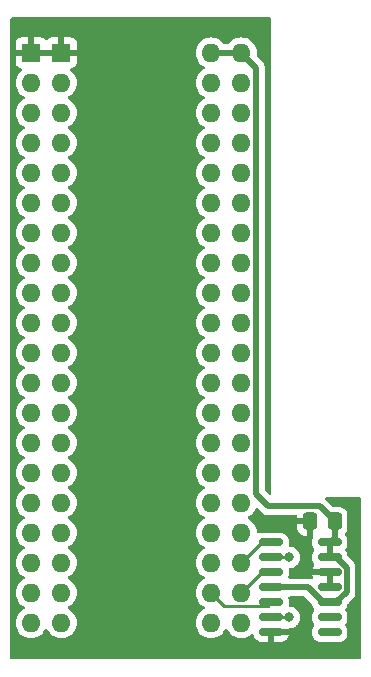
<source format=gbr>
%TF.GenerationSoftware,KiCad,Pcbnew,7.0.2-0*%
%TF.CreationDate,2024-12-31T08:54:24-08:00*%
%TF.ProjectId,rev2_x_ay_interposer,72657632-5f78-45f6-9179-5f696e746572,1.0*%
%TF.SameCoordinates,Original*%
%TF.FileFunction,Copper,L1,Top*%
%TF.FilePolarity,Positive*%
%FSLAX46Y46*%
G04 Gerber Fmt 4.6, Leading zero omitted, Abs format (unit mm)*
G04 Created by KiCad (PCBNEW 7.0.2-0) date 2024-12-31 08:54:24*
%MOMM*%
%LPD*%
G01*
G04 APERTURE LIST*
G04 Aperture macros list*
%AMRoundRect*
0 Rectangle with rounded corners*
0 $1 Rounding radius*
0 $2 $3 $4 $5 $6 $7 $8 $9 X,Y pos of 4 corners*
0 Add a 4 corners polygon primitive as box body*
4,1,4,$2,$3,$4,$5,$6,$7,$8,$9,$2,$3,0*
0 Add four circle primitives for the rounded corners*
1,1,$1+$1,$2,$3*
1,1,$1+$1,$4,$5*
1,1,$1+$1,$6,$7*
1,1,$1+$1,$8,$9*
0 Add four rect primitives between the rounded corners*
20,1,$1+$1,$2,$3,$4,$5,0*
20,1,$1+$1,$4,$5,$6,$7,0*
20,1,$1+$1,$6,$7,$8,$9,0*
20,1,$1+$1,$8,$9,$2,$3,0*%
G04 Aperture macros list end*
%TA.AperFunction,ComponentPad*%
%ADD10R,1.600000X1.600000*%
%TD*%
%TA.AperFunction,ComponentPad*%
%ADD11O,1.600000X1.600000*%
%TD*%
%TA.AperFunction,SMDPad,CuDef*%
%ADD12RoundRect,0.250000X0.337500X0.475000X-0.337500X0.475000X-0.337500X-0.475000X0.337500X-0.475000X0*%
%TD*%
%TA.AperFunction,SMDPad,CuDef*%
%ADD13RoundRect,0.150000X-0.825000X-0.150000X0.825000X-0.150000X0.825000X0.150000X-0.825000X0.150000X0*%
%TD*%
%TA.AperFunction,ViaPad*%
%ADD14C,0.800000*%
%TD*%
%TA.AperFunction,Conductor*%
%ADD15C,0.500000*%
%TD*%
%TA.AperFunction,Conductor*%
%ADD16C,0.250000*%
%TD*%
G04 APERTURE END LIST*
D10*
%TO.P,U101,1,GND*%
%TO.N,GND*%
X139446000Y-39826400D03*
D11*
%TO.P,U101,2,NC*%
%TO.N,unconnected-(U101-NC-Pad2)*%
X139446000Y-42366400D03*
%TO.P,U101,3,OUT_B*%
%TO.N,/OUT_B*%
X139446000Y-44906400D03*
%TO.P,U101,4,OUT_A*%
%TO.N,/OUT_A*%
X139446000Y-47446400D03*
%TO.P,U101,5,NC*%
%TO.N,unconnected-(U101-NC-Pad5)*%
X139446000Y-49986400D03*
%TO.P,U101,6,IOB7*%
%TO.N,/IOB7*%
X139446000Y-52526400D03*
%TO.P,U101,7,IOB6*%
%TO.N,/IOB6*%
X139446000Y-55066400D03*
%TO.P,U101,8,IOB5*%
%TO.N,/IOB5*%
X139446000Y-57606400D03*
%TO.P,U101,9,IOB4*%
%TO.N,/IOB4*%
X139446000Y-60146400D03*
%TO.P,U101,10,IOB3*%
%TO.N,/IOB3*%
X139446000Y-62686400D03*
%TO.P,U101,11,IOB2*%
%TO.N,/IOB2*%
X139446000Y-65226400D03*
%TO.P,U101,12,IOB1*%
%TO.N,/IOB1*%
X139446000Y-67766400D03*
%TO.P,U101,13,IOB0*%
%TO.N,/IOB0*%
X139446000Y-70306400D03*
%TO.P,U101,14,IOA7*%
%TO.N,/IOA7*%
X139446000Y-72846400D03*
%TO.P,U101,15,IOA6*%
%TO.N,/IOA6*%
X139446000Y-75386400D03*
%TO.P,U101,16,IOA5*%
%TO.N,/IOA5*%
X139446000Y-77926400D03*
%TO.P,U101,17,IOA4*%
%TO.N,/IOA4*%
X139446000Y-80466400D03*
%TO.P,U101,18,IOA3*%
%TO.N,/IOA3*%
X139446000Y-83006400D03*
%TO.P,U101,19,IOA2*%
%TO.N,/IOA2*%
X139446000Y-85546400D03*
%TO.P,U101,20,IOA1*%
%TO.N,/IOA1*%
X139446000Y-88086400D03*
%TO.P,U101,21,IOA0*%
%TO.N,/IOA0*%
X154686000Y-88086400D03*
%TO.P,U101,22,CLOCK*%
%TO.N,/CPUCLK*%
X154686000Y-85546400D03*
%TO.P,U101,23,~{RESET}*%
%TO.N,/RESET*%
X154686000Y-83006400D03*
%TO.P,U101,24,~{A9}*%
%TO.N,/A9*%
X154686000Y-80466400D03*
%TO.P,U101,25,A8*%
%TO.N,/A8*%
X154686000Y-77926400D03*
%TO.P,U101,26,TEST2/~{SEL}*%
%TO.N,/TEST2*%
X154686000Y-75386400D03*
%TO.P,U101,27,BDIR*%
%TO.N,/BDIR*%
X154686000Y-72846400D03*
%TO.P,U101,28,BC2*%
%TO.N,/BC2*%
X154686000Y-70306400D03*
%TO.P,U101,29,BC1*%
%TO.N,/BC1*%
X154686000Y-67766400D03*
%TO.P,U101,30,DA7*%
%TO.N,/DA7*%
X154686000Y-65226400D03*
%TO.P,U101,31,DA6*%
%TO.N,/DA6*%
X154686000Y-62686400D03*
%TO.P,U101,32,DA5*%
%TO.N,/DA5*%
X154686000Y-60146400D03*
%TO.P,U101,33,DA4*%
%TO.N,/DA4*%
X154686000Y-57606400D03*
%TO.P,U101,34,DA3*%
%TO.N,/DA3*%
X154686000Y-55066400D03*
%TO.P,U101,35,DA2*%
%TO.N,/DA2*%
X154686000Y-52526400D03*
%TO.P,U101,36,DA1*%
%TO.N,/DA1*%
X154686000Y-49986400D03*
%TO.P,U101,37,DA0*%
%TO.N,/DA0*%
X154686000Y-47446400D03*
%TO.P,U101,38,OUT_C*%
%TO.N,/OUT_C*%
X154686000Y-44906400D03*
%TO.P,U101,39,TEST1*%
%TO.N,/TEST1*%
X154686000Y-42366400D03*
%TO.P,U101,40,VCC*%
%TO.N,VCC*%
X154686000Y-39826400D03*
%TD*%
D12*
%TO.P,C101,1*%
%TO.N,VCC*%
X162581500Y-79502000D03*
%TO.P,C101,2*%
%TO.N,GND*%
X160506500Y-79502000D03*
%TD*%
D10*
%TO.P,U102,1,GND*%
%TO.N,GND*%
X136878200Y-39826400D03*
D11*
%TO.P,U102,2,NC*%
%TO.N,unconnected-(U102-NC-Pad2)*%
X136878200Y-42366400D03*
%TO.P,U102,3,OUT_B*%
%TO.N,/OUT_B*%
X136878200Y-44906400D03*
%TO.P,U102,4,OUT_A*%
%TO.N,/OUT_A*%
X136878200Y-47446400D03*
%TO.P,U102,5,NC*%
%TO.N,unconnected-(U102-NC-Pad5)*%
X136878200Y-49986400D03*
%TO.P,U102,6,IOB7*%
%TO.N,/IOB7*%
X136878200Y-52526400D03*
%TO.P,U102,7,IOB6*%
%TO.N,/IOB6*%
X136878200Y-55066400D03*
%TO.P,U102,8,IOB5*%
%TO.N,/IOB5*%
X136878200Y-57606400D03*
%TO.P,U102,9,IOB4*%
%TO.N,/IOB4*%
X136878200Y-60146400D03*
%TO.P,U102,10,IOB3*%
%TO.N,/IOB3*%
X136878200Y-62686400D03*
%TO.P,U102,11,IOB2*%
%TO.N,/IOB2*%
X136878200Y-65226400D03*
%TO.P,U102,12,IOB1*%
%TO.N,/IOB1*%
X136878200Y-67766400D03*
%TO.P,U102,13,IOB0*%
%TO.N,/IOB0*%
X136878200Y-70306400D03*
%TO.P,U102,14,IOA7*%
%TO.N,/IOA7*%
X136878200Y-72846400D03*
%TO.P,U102,15,IOA6*%
%TO.N,/IOA6*%
X136878200Y-75386400D03*
%TO.P,U102,16,IOA5*%
%TO.N,/IOA5*%
X136878200Y-77926400D03*
%TO.P,U102,17,IOA4*%
%TO.N,/IOA4*%
X136878200Y-80466400D03*
%TO.P,U102,18,IOA3*%
%TO.N,/IOA3*%
X136878200Y-83006400D03*
%TO.P,U102,19,IOA2*%
%TO.N,/IOA2*%
X136878200Y-85546400D03*
%TO.P,U102,20,IOA1*%
%TO.N,/IOA1*%
X136878200Y-88086400D03*
%TO.P,U102,21,IOA0*%
%TO.N,/IOA0*%
X152118200Y-88086400D03*
%TO.P,U102,22,CLOCK*%
%TO.N,Net-(U102-CLOCK)*%
X152118200Y-85546400D03*
%TO.P,U102,23,~{RESET}*%
%TO.N,/RESET*%
X152118200Y-83006400D03*
%TO.P,U102,24,~{A9}*%
%TO.N,/A9*%
X152118200Y-80466400D03*
%TO.P,U102,25,A8*%
%TO.N,/A8*%
X152118200Y-77926400D03*
%TO.P,U102,26,TEST2/~{SEL}*%
%TO.N,/TEST2*%
X152118200Y-75386400D03*
%TO.P,U102,27,BDIR*%
%TO.N,/BDIR*%
X152118200Y-72846400D03*
%TO.P,U102,28,BC2*%
%TO.N,/BC2*%
X152118200Y-70306400D03*
%TO.P,U102,29,BC1*%
%TO.N,/BC1*%
X152118200Y-67766400D03*
%TO.P,U102,30,DA7*%
%TO.N,/DA7*%
X152118200Y-65226400D03*
%TO.P,U102,31,DA6*%
%TO.N,/DA6*%
X152118200Y-62686400D03*
%TO.P,U102,32,DA5*%
%TO.N,/DA5*%
X152118200Y-60146400D03*
%TO.P,U102,33,DA4*%
%TO.N,/DA4*%
X152118200Y-57606400D03*
%TO.P,U102,34,DA3*%
%TO.N,/DA3*%
X152118200Y-55066400D03*
%TO.P,U102,35,DA2*%
%TO.N,/DA2*%
X152118200Y-52526400D03*
%TO.P,U102,36,DA1*%
%TO.N,/DA1*%
X152118200Y-49986400D03*
%TO.P,U102,37,DA0*%
%TO.N,/DA0*%
X152118200Y-47446400D03*
%TO.P,U102,38,OUT_C*%
%TO.N,/OUT_C*%
X152118200Y-44906400D03*
%TO.P,U102,39,TEST1*%
%TO.N,/TEST1*%
X152118200Y-42366400D03*
%TO.P,U102,40,VCC*%
%TO.N,VCC*%
X152118200Y-39826400D03*
%TD*%
D13*
%TO.P,U103,1,~{R}*%
%TO.N,/RESET*%
X157226000Y-81280000D03*
%TO.P,U103,2,D*%
%TO.N,Net-(U103A-D)*%
X157226000Y-82550000D03*
%TO.P,U103,3,C*%
%TO.N,/CPUCLK*%
X157226000Y-83820000D03*
%TO.P,U103,4,~{S}*%
%TO.N,VCC*%
X157226000Y-85090000D03*
%TO.P,U103,5,Q*%
%TO.N,Net-(U102-CLOCK)*%
X157226000Y-86360000D03*
%TO.P,U103,6,~{Q}*%
%TO.N,Net-(U103A-D)*%
X157226000Y-87630000D03*
%TO.P,U103,7,GND*%
%TO.N,GND*%
X157226000Y-88900000D03*
%TO.P,U103,8,~{Q}*%
%TO.N,unconnected-(U103B-~{Q}-Pad8)*%
X162176000Y-88900000D03*
%TO.P,U103,9,Q*%
%TO.N,unconnected-(U103B-Q-Pad9)*%
X162176000Y-87630000D03*
%TO.P,U103,10,~{S}*%
%TO.N,VCC*%
X162176000Y-86360000D03*
%TO.P,U103,11,C*%
%TO.N,GND*%
X162176000Y-85090000D03*
%TO.P,U103,12,D*%
X162176000Y-83820000D03*
%TO.P,U103,13,~{R}*%
%TO.N,VCC*%
X162176000Y-82550000D03*
%TO.P,U103,14,VCC*%
X162176000Y-81280000D03*
%TD*%
D14*
%TO.N,GND*%
X160020000Y-83566000D03*
%TO.N,Net-(U103A-D)*%
X158750000Y-87630000D03*
X158750000Y-82550000D03*
%TD*%
D15*
%TO.N,VCC*%
X154686000Y-39826400D02*
X152118200Y-39826400D01*
X162729528Y-82550000D02*
X163601000Y-83421472D01*
X163601000Y-85488528D02*
X162729528Y-86360000D01*
X155936000Y-41076400D02*
X155936000Y-77196000D01*
X160319528Y-85090000D02*
X157226000Y-85090000D01*
X156972000Y-78232000D02*
X161311500Y-78232000D01*
X162176000Y-86360000D02*
X161589528Y-86360000D01*
X161589528Y-86360000D02*
X160319528Y-85090000D01*
X162581500Y-80874500D02*
X162176000Y-81280000D01*
X162176000Y-82550000D02*
X162729528Y-82550000D01*
X154686000Y-39826400D02*
X155936000Y-41076400D01*
X161311500Y-78232000D02*
X162581500Y-79502000D01*
X163601000Y-83421472D02*
X163601000Y-85488528D01*
X155936000Y-77196000D02*
X156972000Y-78232000D01*
X162729528Y-86360000D02*
X162176000Y-86360000D01*
X162176000Y-81280000D02*
X162176000Y-82550000D01*
X162581500Y-79502000D02*
X162581500Y-80874500D01*
%TO.N,GND*%
X162176000Y-85090000D02*
X162176000Y-83820000D01*
D16*
%TO.N,/CPUCLK*%
X154686000Y-85546400D02*
X156412400Y-83820000D01*
X156412400Y-83820000D02*
X157226000Y-83820000D01*
%TO.N,/RESET*%
X154686000Y-83006400D02*
X156412400Y-81280000D01*
X156412400Y-81280000D02*
X157226000Y-81280000D01*
%TO.N,Net-(U102-CLOCK)*%
X156914600Y-86671400D02*
X153243200Y-86671400D01*
X157226000Y-86360000D02*
X156914600Y-86671400D01*
X153243200Y-86671400D02*
X152118200Y-85546400D01*
%TO.N,Net-(U103A-D)*%
X157226000Y-82550000D02*
X158750000Y-82550000D01*
X158750000Y-87630000D02*
X157226000Y-87630000D01*
%TD*%
%TA.AperFunction,Conductor*%
%TO.N,GND*%
G36*
X139118359Y-39588355D02*
G01*
X139060835Y-39701252D01*
X139041014Y-39826400D01*
X139060835Y-39951548D01*
X139118359Y-40064445D01*
X139130314Y-40076400D01*
X137193886Y-40076400D01*
X137205841Y-40064445D01*
X137263365Y-39951548D01*
X137283186Y-39826400D01*
X137263365Y-39701252D01*
X137205841Y-39588355D01*
X137193886Y-39576400D01*
X139130314Y-39576400D01*
X139118359Y-39588355D01*
G37*
%TD.AperFunction*%
%TA.AperFunction,Conductor*%
G36*
X157169039Y-36849685D02*
G01*
X157214794Y-36902489D01*
X157226000Y-36954000D01*
X157226000Y-77125270D01*
X157206315Y-77192309D01*
X157153511Y-77238064D01*
X157084353Y-77248008D01*
X157020797Y-77218983D01*
X157014319Y-77212951D01*
X156722819Y-76921450D01*
X156689334Y-76860127D01*
X156686500Y-76833769D01*
X156686500Y-41140105D01*
X156687809Y-41122135D01*
X156688122Y-41119997D01*
X156691289Y-41098377D01*
X156686972Y-41049029D01*
X156686500Y-41038223D01*
X156686500Y-41036301D01*
X156686500Y-41032691D01*
X156682903Y-41001920D01*
X156682536Y-40998329D01*
X156678918Y-40956968D01*
X156675999Y-40923603D01*
X156675998Y-40923601D01*
X156675889Y-40922349D01*
X156671672Y-40903330D01*
X156645592Y-40831674D01*
X156644408Y-40828268D01*
X156643804Y-40826446D01*
X156620814Y-40757066D01*
X156620812Y-40757063D01*
X156620415Y-40755864D01*
X156611929Y-40738336D01*
X156611237Y-40737284D01*
X156611237Y-40737283D01*
X156570001Y-40674588D01*
X156568086Y-40671581D01*
X156528048Y-40606669D01*
X156515748Y-40591570D01*
X156460273Y-40539232D01*
X156457686Y-40536719D01*
X156012716Y-40091748D01*
X155979231Y-40030425D01*
X155976869Y-39993263D01*
X155991468Y-39826400D01*
X155971635Y-39599708D01*
X155912739Y-39379904D01*
X155816568Y-39173666D01*
X155748113Y-39075900D01*
X155686046Y-38987259D01*
X155525140Y-38826353D01*
X155338735Y-38695832D01*
X155132497Y-38599661D01*
X154912689Y-38540764D01*
X154686000Y-38520931D01*
X154459310Y-38540764D01*
X154239502Y-38599661D01*
X154033264Y-38695832D01*
X153846859Y-38826353D01*
X153685953Y-38987259D01*
X153660912Y-39023023D01*
X153606336Y-39066648D01*
X153559337Y-39075900D01*
X153244863Y-39075900D01*
X153177824Y-39056215D01*
X153143288Y-39023023D01*
X153118246Y-38987259D01*
X152957340Y-38826353D01*
X152770935Y-38695832D01*
X152564697Y-38599661D01*
X152344889Y-38540764D01*
X152118200Y-38520931D01*
X151891510Y-38540764D01*
X151671702Y-38599661D01*
X151465464Y-38695832D01*
X151279059Y-38826353D01*
X151118153Y-38987259D01*
X150987632Y-39173664D01*
X150891461Y-39379902D01*
X150832564Y-39599710D01*
X150812731Y-39826399D01*
X150832564Y-40053089D01*
X150891461Y-40272897D01*
X150987632Y-40479135D01*
X151118153Y-40665540D01*
X151279059Y-40826446D01*
X151402834Y-40913113D01*
X151465466Y-40956968D01*
X151523475Y-40984018D01*
X151575914Y-41030191D01*
X151595065Y-41097385D01*
X151574849Y-41164266D01*
X151523475Y-41208782D01*
X151465463Y-41235833D01*
X151279059Y-41366353D01*
X151118153Y-41527259D01*
X150987632Y-41713664D01*
X150891461Y-41919902D01*
X150832564Y-42139710D01*
X150812731Y-42366400D01*
X150832564Y-42593089D01*
X150891461Y-42812897D01*
X150987632Y-43019135D01*
X151118153Y-43205540D01*
X151279059Y-43366446D01*
X151465463Y-43496966D01*
X151465466Y-43496968D01*
X151523475Y-43524018D01*
X151575914Y-43570191D01*
X151595065Y-43637385D01*
X151574849Y-43704266D01*
X151523475Y-43748782D01*
X151465463Y-43775833D01*
X151279059Y-43906353D01*
X151118153Y-44067259D01*
X150987632Y-44253664D01*
X150891461Y-44459902D01*
X150832564Y-44679710D01*
X150812731Y-44906400D01*
X150832564Y-45133089D01*
X150891461Y-45352897D01*
X150987632Y-45559135D01*
X151118153Y-45745540D01*
X151279059Y-45906446D01*
X151465463Y-46036966D01*
X151465466Y-46036968D01*
X151523473Y-46064017D01*
X151575913Y-46110189D01*
X151595065Y-46177382D01*
X151574850Y-46244264D01*
X151523476Y-46288780D01*
X151465466Y-46315831D01*
X151279059Y-46446353D01*
X151118153Y-46607259D01*
X150987632Y-46793664D01*
X150891461Y-46999902D01*
X150832564Y-47219710D01*
X150812731Y-47446399D01*
X150832564Y-47673089D01*
X150891461Y-47892897D01*
X150987632Y-48099135D01*
X151118153Y-48285540D01*
X151279059Y-48446446D01*
X151465463Y-48576966D01*
X151465466Y-48576968D01*
X151523475Y-48604018D01*
X151575914Y-48650191D01*
X151595065Y-48717385D01*
X151574849Y-48784266D01*
X151523475Y-48828782D01*
X151465463Y-48855833D01*
X151279059Y-48986353D01*
X151118153Y-49147259D01*
X150987632Y-49333664D01*
X150891461Y-49539902D01*
X150832564Y-49759710D01*
X150812731Y-49986400D01*
X150832564Y-50213089D01*
X150891461Y-50432897D01*
X150987632Y-50639135D01*
X151118153Y-50825540D01*
X151279059Y-50986446D01*
X151465463Y-51116966D01*
X151465466Y-51116968D01*
X151523475Y-51144018D01*
X151575914Y-51190191D01*
X151595065Y-51257385D01*
X151574849Y-51324266D01*
X151523475Y-51368782D01*
X151465463Y-51395833D01*
X151279059Y-51526353D01*
X151118153Y-51687259D01*
X150987632Y-51873664D01*
X150891461Y-52079902D01*
X150832564Y-52299710D01*
X150812731Y-52526400D01*
X150832564Y-52753089D01*
X150891461Y-52972897D01*
X150987632Y-53179135D01*
X151118153Y-53365540D01*
X151279059Y-53526446D01*
X151465463Y-53656966D01*
X151465466Y-53656968D01*
X151523475Y-53684018D01*
X151575914Y-53730191D01*
X151595065Y-53797385D01*
X151574849Y-53864266D01*
X151523475Y-53908782D01*
X151465463Y-53935833D01*
X151279059Y-54066353D01*
X151118153Y-54227259D01*
X150987632Y-54413664D01*
X150891461Y-54619902D01*
X150832564Y-54839710D01*
X150812731Y-55066399D01*
X150832564Y-55293089D01*
X150891461Y-55512897D01*
X150987632Y-55719135D01*
X151118153Y-55905540D01*
X151279059Y-56066446D01*
X151465463Y-56196966D01*
X151465466Y-56196968D01*
X151523475Y-56224018D01*
X151575914Y-56270191D01*
X151595065Y-56337385D01*
X151574849Y-56404266D01*
X151523475Y-56448782D01*
X151465463Y-56475833D01*
X151279059Y-56606353D01*
X151118153Y-56767259D01*
X150987632Y-56953664D01*
X150891461Y-57159902D01*
X150832564Y-57379710D01*
X150812731Y-57606400D01*
X150832564Y-57833089D01*
X150891461Y-58052897D01*
X150987632Y-58259135D01*
X151118153Y-58445540D01*
X151279059Y-58606446D01*
X151465463Y-58736966D01*
X151465466Y-58736968D01*
X151523473Y-58764017D01*
X151575913Y-58810189D01*
X151595065Y-58877382D01*
X151574850Y-58944264D01*
X151523476Y-58988780D01*
X151465466Y-59015831D01*
X151279059Y-59146353D01*
X151118153Y-59307259D01*
X150987632Y-59493664D01*
X150891461Y-59699902D01*
X150832564Y-59919710D01*
X150812731Y-60146400D01*
X150832564Y-60373089D01*
X150891461Y-60592897D01*
X150987632Y-60799135D01*
X151118153Y-60985540D01*
X151279059Y-61146446D01*
X151465463Y-61276966D01*
X151465466Y-61276968D01*
X151523475Y-61304018D01*
X151575914Y-61350191D01*
X151595065Y-61417385D01*
X151574849Y-61484266D01*
X151523475Y-61528782D01*
X151465463Y-61555833D01*
X151279059Y-61686353D01*
X151118153Y-61847259D01*
X150987632Y-62033664D01*
X150891461Y-62239902D01*
X150832564Y-62459710D01*
X150812731Y-62686399D01*
X150832564Y-62913089D01*
X150891461Y-63132897D01*
X150987632Y-63339135D01*
X151118153Y-63525540D01*
X151279059Y-63686446D01*
X151465463Y-63816966D01*
X151465466Y-63816968D01*
X151523475Y-63844018D01*
X151575914Y-63890191D01*
X151595065Y-63957385D01*
X151574849Y-64024266D01*
X151523475Y-64068782D01*
X151465463Y-64095833D01*
X151279059Y-64226353D01*
X151118153Y-64387259D01*
X150987632Y-64573664D01*
X150891461Y-64779902D01*
X150832564Y-64999710D01*
X150812731Y-65226399D01*
X150832564Y-65453089D01*
X150891461Y-65672897D01*
X150987632Y-65879135D01*
X151118153Y-66065540D01*
X151279059Y-66226446D01*
X151465463Y-66356966D01*
X151465466Y-66356968D01*
X151523473Y-66384017D01*
X151575913Y-66430189D01*
X151595065Y-66497382D01*
X151574850Y-66564264D01*
X151523476Y-66608780D01*
X151465466Y-66635831D01*
X151279059Y-66766353D01*
X151118153Y-66927259D01*
X150987632Y-67113664D01*
X150891461Y-67319902D01*
X150832564Y-67539710D01*
X150812731Y-67766400D01*
X150832564Y-67993089D01*
X150891461Y-68212897D01*
X150987632Y-68419135D01*
X151118153Y-68605540D01*
X151279059Y-68766446D01*
X151465463Y-68896966D01*
X151465466Y-68896968D01*
X151523475Y-68924018D01*
X151575914Y-68970191D01*
X151595065Y-69037385D01*
X151574849Y-69104266D01*
X151523475Y-69148782D01*
X151465463Y-69175833D01*
X151279059Y-69306353D01*
X151118153Y-69467259D01*
X150987632Y-69653664D01*
X150891461Y-69859902D01*
X150832564Y-70079710D01*
X150812731Y-70306400D01*
X150832564Y-70533089D01*
X150891461Y-70752897D01*
X150987632Y-70959135D01*
X151118153Y-71145540D01*
X151279059Y-71306446D01*
X151465463Y-71436966D01*
X151465466Y-71436968D01*
X151523475Y-71464018D01*
X151575914Y-71510191D01*
X151595065Y-71577385D01*
X151574849Y-71644266D01*
X151523475Y-71688782D01*
X151465463Y-71715833D01*
X151279059Y-71846353D01*
X151118153Y-72007259D01*
X150987632Y-72193664D01*
X150891461Y-72399902D01*
X150832564Y-72619710D01*
X150812731Y-72846399D01*
X150832564Y-73073089D01*
X150891461Y-73292897D01*
X150987632Y-73499135D01*
X151118153Y-73685540D01*
X151279059Y-73846446D01*
X151465463Y-73976966D01*
X151465466Y-73976968D01*
X151523475Y-74004018D01*
X151575914Y-74050191D01*
X151595065Y-74117385D01*
X151574849Y-74184266D01*
X151523475Y-74228782D01*
X151465463Y-74255833D01*
X151279059Y-74386353D01*
X151118153Y-74547259D01*
X150987632Y-74733664D01*
X150891461Y-74939902D01*
X150832564Y-75159710D01*
X150812731Y-75386399D01*
X150832564Y-75613089D01*
X150891461Y-75832897D01*
X150987632Y-76039135D01*
X151118153Y-76225540D01*
X151279059Y-76386446D01*
X151465463Y-76516966D01*
X151465466Y-76516968D01*
X151523475Y-76544018D01*
X151575914Y-76590191D01*
X151595065Y-76657385D01*
X151574849Y-76724266D01*
X151523475Y-76768782D01*
X151465463Y-76795833D01*
X151279059Y-76926353D01*
X151118153Y-77087259D01*
X150987632Y-77273664D01*
X150891461Y-77479902D01*
X150832564Y-77699710D01*
X150812731Y-77926400D01*
X150832564Y-78153089D01*
X150891461Y-78372897D01*
X150987632Y-78579135D01*
X151118153Y-78765540D01*
X151279059Y-78926446D01*
X151362354Y-78984769D01*
X151465466Y-79056968D01*
X151523475Y-79084018D01*
X151575914Y-79130191D01*
X151595065Y-79197385D01*
X151574849Y-79264266D01*
X151523475Y-79308782D01*
X151465463Y-79335833D01*
X151279059Y-79466353D01*
X151118153Y-79627259D01*
X150987632Y-79813664D01*
X150891461Y-80019902D01*
X150832564Y-80239710D01*
X150812731Y-80466399D01*
X150832564Y-80693089D01*
X150891461Y-80912897D01*
X150987632Y-81119135D01*
X151118153Y-81305540D01*
X151279059Y-81466446D01*
X151349505Y-81515772D01*
X151465466Y-81596968D01*
X151523475Y-81624018D01*
X151575914Y-81670191D01*
X151595065Y-81737385D01*
X151574849Y-81804266D01*
X151523475Y-81848782D01*
X151465463Y-81875833D01*
X151279059Y-82006353D01*
X151118153Y-82167259D01*
X150987632Y-82353664D01*
X150891461Y-82559902D01*
X150832564Y-82779710D01*
X150812731Y-83006400D01*
X150832564Y-83233089D01*
X150891461Y-83452897D01*
X150987632Y-83659135D01*
X151118153Y-83845540D01*
X151279059Y-84006446D01*
X151369825Y-84070000D01*
X151465466Y-84136968D01*
X151523475Y-84164018D01*
X151575914Y-84210191D01*
X151595065Y-84277385D01*
X151574849Y-84344266D01*
X151523475Y-84388781D01*
X151502776Y-84398433D01*
X151465463Y-84415833D01*
X151279059Y-84546353D01*
X151118153Y-84707259D01*
X150987632Y-84893664D01*
X150891461Y-85099902D01*
X150832564Y-85319710D01*
X150812731Y-85546400D01*
X150832564Y-85773089D01*
X150891461Y-85992897D01*
X150987632Y-86199135D01*
X151118153Y-86385540D01*
X151279059Y-86546446D01*
X151349505Y-86595772D01*
X151465466Y-86676968D01*
X151523475Y-86704018D01*
X151575914Y-86750191D01*
X151595065Y-86817385D01*
X151574849Y-86884266D01*
X151523475Y-86928782D01*
X151465463Y-86955833D01*
X151279059Y-87086353D01*
X151118153Y-87247259D01*
X150987632Y-87433664D01*
X150891461Y-87639902D01*
X150832564Y-87859710D01*
X150812731Y-88086399D01*
X150832564Y-88313089D01*
X150891461Y-88532897D01*
X150987632Y-88739135D01*
X151118153Y-88925540D01*
X151279059Y-89086446D01*
X151465464Y-89216967D01*
X151465465Y-89216967D01*
X151465466Y-89216968D01*
X151671704Y-89313139D01*
X151891508Y-89372035D01*
X152042635Y-89385257D01*
X152118199Y-89391868D01*
X152118199Y-89391867D01*
X152118200Y-89391868D01*
X152344892Y-89372035D01*
X152564696Y-89313139D01*
X152770934Y-89216968D01*
X152957339Y-89086447D01*
X153118247Y-88925539D01*
X153248768Y-88739134D01*
X153289719Y-88651314D01*
X153335890Y-88598877D01*
X153403084Y-88579725D01*
X153469965Y-88599941D01*
X153514480Y-88651314D01*
X153528730Y-88681871D01*
X153555432Y-88739135D01*
X153685953Y-88925540D01*
X153846859Y-89086446D01*
X154033264Y-89216967D01*
X154033265Y-89216967D01*
X154033266Y-89216968D01*
X154239504Y-89313139D01*
X154459308Y-89372035D01*
X154686000Y-89391868D01*
X154912692Y-89372035D01*
X155132496Y-89313139D01*
X155338734Y-89216968D01*
X155525139Y-89086447D01*
X155542193Y-89069392D01*
X155603516Y-89035905D01*
X155673208Y-89040888D01*
X155729143Y-89082759D01*
X155753495Y-89147342D01*
X155753900Y-89152493D01*
X155799717Y-89310197D01*
X155883317Y-89451557D01*
X155999442Y-89567682D01*
X156140802Y-89651282D01*
X156298506Y-89697099D01*
X156332923Y-89699808D01*
X156337803Y-89700000D01*
X156976000Y-89700000D01*
X156976000Y-89150000D01*
X157476000Y-89150000D01*
X157476000Y-89700000D01*
X158114197Y-89700000D01*
X158119076Y-89699808D01*
X158153493Y-89697099D01*
X158311197Y-89651282D01*
X158452557Y-89567682D01*
X158568682Y-89451557D01*
X158652280Y-89310200D01*
X158698099Y-89152488D01*
X158698295Y-89150000D01*
X157476000Y-89150000D01*
X156976000Y-89150000D01*
X156976000Y-88774000D01*
X156995685Y-88706961D01*
X157048489Y-88661206D01*
X157100000Y-88650000D01*
X158698295Y-88650000D01*
X158703612Y-88644248D01*
X158713780Y-88595850D01*
X158762833Y-88546094D01*
X158823033Y-88530500D01*
X158844648Y-88530500D01*
X158968083Y-88504262D01*
X159029803Y-88491144D01*
X159202730Y-88414151D01*
X159293594Y-88348135D01*
X159355870Y-88302889D01*
X159366245Y-88291367D01*
X159482533Y-88162216D01*
X159577179Y-87998284D01*
X159635674Y-87818256D01*
X159655460Y-87630000D01*
X159635674Y-87441744D01*
X159577179Y-87261716D01*
X159577179Y-87261715D01*
X159482533Y-87097783D01*
X159355870Y-86957110D01*
X159202730Y-86845848D01*
X159029802Y-86768855D01*
X158844648Y-86729500D01*
X158844646Y-86729500D01*
X158823538Y-86729500D01*
X158756499Y-86709815D01*
X158710744Y-86657011D01*
X158699920Y-86595772D01*
X158701308Y-86578131D01*
X158701308Y-86578128D01*
X158701500Y-86575694D01*
X158701500Y-86144306D01*
X158698598Y-86107431D01*
X158684492Y-86058877D01*
X158667124Y-85999095D01*
X158667323Y-85929226D01*
X158705265Y-85870556D01*
X158768904Y-85841712D01*
X158786200Y-85840500D01*
X159957298Y-85840500D01*
X160024337Y-85860185D01*
X160044979Y-85876819D01*
X160664508Y-86496347D01*
X160697993Y-86557670D01*
X160700680Y-86578743D01*
X160700500Y-86575694D01*
X160703402Y-86612572D01*
X160749255Y-86770397D01*
X160840893Y-86925348D01*
X160838870Y-86926543D01*
X160861858Y-86968642D01*
X160856874Y-87038334D01*
X160840216Y-87064252D01*
X160840893Y-87064652D01*
X160749255Y-87219602D01*
X160703402Y-87377427D01*
X160700691Y-87411871D01*
X160700690Y-87411886D01*
X160700500Y-87414306D01*
X160700500Y-87845694D01*
X160700690Y-87848114D01*
X160700691Y-87848128D01*
X160703402Y-87882572D01*
X160749255Y-88040397D01*
X160840893Y-88195348D01*
X160838870Y-88196543D01*
X160861858Y-88238642D01*
X160856874Y-88308334D01*
X160840216Y-88334252D01*
X160840893Y-88334652D01*
X160749255Y-88489602D01*
X160703402Y-88647427D01*
X160700691Y-88681871D01*
X160700690Y-88681886D01*
X160700500Y-88684306D01*
X160700500Y-89115694D01*
X160700690Y-89118114D01*
X160700691Y-89118128D01*
X160703402Y-89152572D01*
X160749255Y-89310397D01*
X160749256Y-89310398D01*
X160832919Y-89451865D01*
X160949135Y-89568081D01*
X161089821Y-89651282D01*
X161090602Y-89651744D01*
X161248427Y-89697597D01*
X161248431Y-89697598D01*
X161285306Y-89700500D01*
X161287751Y-89700500D01*
X163064249Y-89700500D01*
X163066694Y-89700500D01*
X163103569Y-89697598D01*
X163261398Y-89651744D01*
X163402865Y-89568081D01*
X163519081Y-89451865D01*
X163602744Y-89310398D01*
X163648598Y-89152569D01*
X163651500Y-89115694D01*
X163651500Y-88684306D01*
X163648598Y-88647431D01*
X163615322Y-88532897D01*
X163602744Y-88489602D01*
X163566075Y-88427598D01*
X163519081Y-88348135D01*
X163519080Y-88348134D01*
X163511107Y-88334652D01*
X163513129Y-88333456D01*
X163490143Y-88291367D01*
X163495122Y-88221675D01*
X163511783Y-88195748D01*
X163511107Y-88195348D01*
X163530701Y-88162216D01*
X163602744Y-88040398D01*
X163648598Y-87882569D01*
X163651500Y-87845694D01*
X163651500Y-87414306D01*
X163648598Y-87377431D01*
X163602744Y-87219602D01*
X163519081Y-87078135D01*
X163519080Y-87078134D01*
X163511107Y-87064652D01*
X163513129Y-87063456D01*
X163490143Y-87021367D01*
X163495122Y-86951675D01*
X163511783Y-86925748D01*
X163511107Y-86925348D01*
X163553813Y-86853136D01*
X163602744Y-86770398D01*
X163648598Y-86612569D01*
X163651500Y-86575694D01*
X163651500Y-86550757D01*
X163671185Y-86483718D01*
X163687819Y-86463076D01*
X163765356Y-86385539D01*
X164086641Y-86064253D01*
X164100258Y-86052485D01*
X164119530Y-86038138D01*
X164151372Y-86000189D01*
X164158686Y-85992209D01*
X164159264Y-85991630D01*
X164162591Y-85988304D01*
X164181853Y-85963941D01*
X164184076Y-85961214D01*
X164193820Y-85949602D01*
X164232302Y-85903742D01*
X164232303Y-85903739D01*
X164233115Y-85902772D01*
X164243573Y-85886356D01*
X164244107Y-85885208D01*
X164244111Y-85885205D01*
X164275845Y-85817149D01*
X164277371Y-85813998D01*
X164311040Y-85746961D01*
X164311040Y-85746959D01*
X164311609Y-85745827D01*
X164318002Y-85727434D01*
X164333431Y-85652712D01*
X164334212Y-85649188D01*
X164351791Y-85575021D01*
X164353770Y-85555648D01*
X164353733Y-85554386D01*
X164353734Y-85554383D01*
X164351552Y-85479396D01*
X164351500Y-85475790D01*
X164351500Y-83485177D01*
X164352809Y-83467207D01*
X164352972Y-83466095D01*
X164356289Y-83443449D01*
X164351972Y-83394101D01*
X164351500Y-83383295D01*
X164351500Y-83381373D01*
X164351500Y-83377763D01*
X164347903Y-83346992D01*
X164347536Y-83343401D01*
X164340889Y-83267421D01*
X164336672Y-83248402D01*
X164333456Y-83239567D01*
X164310591Y-83176745D01*
X164309408Y-83173340D01*
X164285814Y-83102138D01*
X164285812Y-83102135D01*
X164285415Y-83100936D01*
X164276929Y-83083408D01*
X164276237Y-83082356D01*
X164276237Y-83082355D01*
X164235001Y-83019660D01*
X164233086Y-83016653D01*
X164193048Y-82951741D01*
X164180748Y-82936642D01*
X164125273Y-82884304D01*
X164122686Y-82881791D01*
X163687819Y-82446923D01*
X163654334Y-82385600D01*
X163651500Y-82359242D01*
X163651500Y-82336751D01*
X163651500Y-82334306D01*
X163648598Y-82297431D01*
X163602744Y-82139602D01*
X163519081Y-81998135D01*
X163519080Y-81998134D01*
X163511107Y-81984652D01*
X163513129Y-81983456D01*
X163490143Y-81941367D01*
X163495122Y-81871675D01*
X163511783Y-81845748D01*
X163511107Y-81845348D01*
X163549954Y-81779661D01*
X163602744Y-81690398D01*
X163648598Y-81532569D01*
X163651500Y-81495694D01*
X163651500Y-81064306D01*
X163648598Y-81027431D01*
X163615322Y-80912897D01*
X163602744Y-80869602D01*
X163519080Y-80728134D01*
X163461838Y-80670892D01*
X163428353Y-80609569D01*
X163433337Y-80539877D01*
X163461836Y-80495531D01*
X163511712Y-80445656D01*
X163603814Y-80296334D01*
X163658999Y-80129797D01*
X163669500Y-80027009D01*
X163669499Y-78976992D01*
X163658999Y-78874203D01*
X163603814Y-78707666D01*
X163511712Y-78558344D01*
X163511711Y-78558342D01*
X163387657Y-78434288D01*
X163238334Y-78342186D01*
X163071797Y-78287000D01*
X162972141Y-78276819D01*
X162972122Y-78276818D01*
X162969009Y-78276500D01*
X162965860Y-78276500D01*
X162468730Y-78276500D01*
X162401691Y-78256815D01*
X162381049Y-78240181D01*
X161887228Y-77746360D01*
X161875446Y-77732727D01*
X161861109Y-77713469D01*
X161831935Y-77688989D01*
X161793233Y-77630817D01*
X161792125Y-77560956D01*
X161828962Y-77501587D01*
X161892050Y-77471557D01*
X161911641Y-77470000D01*
X164722000Y-77470000D01*
X164789039Y-77489685D01*
X164834794Y-77542489D01*
X164846000Y-77594000D01*
X164846000Y-91062000D01*
X164826315Y-91129039D01*
X164773511Y-91174794D01*
X164722000Y-91186000D01*
X135252000Y-91186000D01*
X135184961Y-91166315D01*
X135139206Y-91113511D01*
X135128000Y-91062000D01*
X135128000Y-88086400D01*
X135572731Y-88086400D01*
X135592564Y-88313089D01*
X135651461Y-88532897D01*
X135747632Y-88739135D01*
X135878153Y-88925540D01*
X136039059Y-89086446D01*
X136225464Y-89216967D01*
X136225465Y-89216967D01*
X136225466Y-89216968D01*
X136431704Y-89313139D01*
X136651508Y-89372035D01*
X136878200Y-89391868D01*
X137104892Y-89372035D01*
X137324696Y-89313139D01*
X137530934Y-89216968D01*
X137717339Y-89086447D01*
X137878247Y-88925539D01*
X138008768Y-88739134D01*
X138049719Y-88651314D01*
X138095890Y-88598877D01*
X138163084Y-88579725D01*
X138229965Y-88599941D01*
X138274480Y-88651314D01*
X138288730Y-88681871D01*
X138315432Y-88739135D01*
X138445953Y-88925540D01*
X138606859Y-89086446D01*
X138793264Y-89216967D01*
X138793265Y-89216967D01*
X138793266Y-89216968D01*
X138999504Y-89313139D01*
X139219308Y-89372035D01*
X139446000Y-89391868D01*
X139672692Y-89372035D01*
X139892496Y-89313139D01*
X140098734Y-89216968D01*
X140285139Y-89086447D01*
X140446047Y-88925539D01*
X140576568Y-88739134D01*
X140672739Y-88532896D01*
X140731635Y-88313092D01*
X140751468Y-88086400D01*
X140731635Y-87859708D01*
X140672739Y-87639904D01*
X140576568Y-87433666D01*
X140563013Y-87414306D01*
X140446046Y-87247259D01*
X140285140Y-87086353D01*
X140098733Y-86955831D01*
X140040725Y-86928782D01*
X139988285Y-86882610D01*
X139969133Y-86815417D01*
X139989348Y-86748535D01*
X140040725Y-86704018D01*
X140098734Y-86676968D01*
X140285139Y-86546447D01*
X140446047Y-86385539D01*
X140576568Y-86199134D01*
X140672739Y-85992896D01*
X140731635Y-85773092D01*
X140751468Y-85546400D01*
X140731635Y-85319708D01*
X140672739Y-85099904D01*
X140576568Y-84893666D01*
X140446047Y-84707261D01*
X140446046Y-84707259D01*
X140285140Y-84546353D01*
X140098733Y-84415831D01*
X140057727Y-84396710D01*
X140040724Y-84388781D01*
X139988285Y-84342610D01*
X139969133Y-84275417D01*
X139989348Y-84208535D01*
X140040725Y-84164018D01*
X140098734Y-84136968D01*
X140285139Y-84006447D01*
X140446047Y-83845539D01*
X140576568Y-83659134D01*
X140672739Y-83452896D01*
X140731635Y-83233092D01*
X140751468Y-83006400D01*
X140731635Y-82779708D01*
X140672739Y-82559904D01*
X140576568Y-82353666D01*
X140563013Y-82334306D01*
X140446046Y-82167259D01*
X140285140Y-82006353D01*
X140098733Y-81875831D01*
X140040725Y-81848782D01*
X139988285Y-81802610D01*
X139969133Y-81735417D01*
X139989348Y-81668535D01*
X140040725Y-81624018D01*
X140098734Y-81596968D01*
X140285139Y-81466447D01*
X140446047Y-81305539D01*
X140576568Y-81119134D01*
X140672739Y-80912896D01*
X140731635Y-80693092D01*
X140751468Y-80466400D01*
X140731635Y-80239708D01*
X140672739Y-80019904D01*
X140576568Y-79813666D01*
X140533390Y-79752000D01*
X140446046Y-79627259D01*
X140285140Y-79466353D01*
X140098733Y-79335831D01*
X140040725Y-79308782D01*
X139988285Y-79262610D01*
X139969133Y-79195417D01*
X139989348Y-79128535D01*
X140040725Y-79084018D01*
X140098734Y-79056968D01*
X140285139Y-78926447D01*
X140446047Y-78765539D01*
X140576568Y-78579134D01*
X140672739Y-78372896D01*
X140731635Y-78153092D01*
X140751468Y-77926400D01*
X140731635Y-77699708D01*
X140672739Y-77479904D01*
X140576568Y-77273666D01*
X140558603Y-77248008D01*
X140446046Y-77087259D01*
X140285140Y-76926353D01*
X140098733Y-76795831D01*
X140040725Y-76768782D01*
X139988285Y-76722610D01*
X139969133Y-76655417D01*
X139989348Y-76588535D01*
X140040725Y-76544018D01*
X140098734Y-76516968D01*
X140285139Y-76386447D01*
X140446047Y-76225539D01*
X140576568Y-76039134D01*
X140672739Y-75832896D01*
X140731635Y-75613092D01*
X140751468Y-75386400D01*
X140731635Y-75159708D01*
X140672739Y-74939904D01*
X140576568Y-74733666D01*
X140446047Y-74547261D01*
X140446046Y-74547259D01*
X140285140Y-74386353D01*
X140098733Y-74255831D01*
X140040725Y-74228782D01*
X139988285Y-74182610D01*
X139969133Y-74115417D01*
X139989348Y-74048535D01*
X140040725Y-74004018D01*
X140098734Y-73976968D01*
X140285139Y-73846447D01*
X140446047Y-73685539D01*
X140576568Y-73499134D01*
X140672739Y-73292896D01*
X140731635Y-73073092D01*
X140751468Y-72846400D01*
X140731635Y-72619708D01*
X140672739Y-72399904D01*
X140576568Y-72193666D01*
X140446047Y-72007261D01*
X140446046Y-72007259D01*
X140285140Y-71846353D01*
X140098733Y-71715831D01*
X140040725Y-71688782D01*
X139988285Y-71642610D01*
X139969133Y-71575417D01*
X139989348Y-71508535D01*
X140040725Y-71464018D01*
X140098734Y-71436968D01*
X140285139Y-71306447D01*
X140446047Y-71145539D01*
X140576568Y-70959134D01*
X140672739Y-70752896D01*
X140731635Y-70533092D01*
X140751468Y-70306400D01*
X140731635Y-70079708D01*
X140672739Y-69859904D01*
X140576568Y-69653666D01*
X140446047Y-69467261D01*
X140446046Y-69467259D01*
X140285140Y-69306353D01*
X140098733Y-69175831D01*
X140040725Y-69148782D01*
X139988285Y-69102610D01*
X139969133Y-69035417D01*
X139989348Y-68968535D01*
X140040725Y-68924018D01*
X140098734Y-68896968D01*
X140285139Y-68766447D01*
X140446047Y-68605539D01*
X140576568Y-68419134D01*
X140672739Y-68212896D01*
X140731635Y-67993092D01*
X140751468Y-67766400D01*
X140731635Y-67539708D01*
X140672739Y-67319904D01*
X140576568Y-67113666D01*
X140446047Y-66927261D01*
X140446046Y-66927259D01*
X140285140Y-66766353D01*
X140098733Y-66635831D01*
X140040725Y-66608782D01*
X139988285Y-66562610D01*
X139969133Y-66495417D01*
X139989348Y-66428535D01*
X140040725Y-66384018D01*
X140098734Y-66356968D01*
X140285139Y-66226447D01*
X140446047Y-66065539D01*
X140576568Y-65879134D01*
X140672739Y-65672896D01*
X140731635Y-65453092D01*
X140751468Y-65226400D01*
X140731635Y-64999708D01*
X140672739Y-64779904D01*
X140576568Y-64573666D01*
X140446047Y-64387261D01*
X140446046Y-64387259D01*
X140285140Y-64226353D01*
X140098733Y-64095831D01*
X140040725Y-64068782D01*
X139988285Y-64022610D01*
X139969133Y-63955417D01*
X139989348Y-63888535D01*
X140040725Y-63844018D01*
X140098734Y-63816968D01*
X140285139Y-63686447D01*
X140446047Y-63525539D01*
X140576568Y-63339134D01*
X140672739Y-63132896D01*
X140731635Y-62913092D01*
X140751468Y-62686400D01*
X140731635Y-62459708D01*
X140672739Y-62239904D01*
X140576568Y-62033666D01*
X140446047Y-61847261D01*
X140446046Y-61847259D01*
X140285140Y-61686353D01*
X140098736Y-61555833D01*
X140040723Y-61528781D01*
X139988284Y-61482608D01*
X139969133Y-61415414D01*
X139989349Y-61348533D01*
X140040721Y-61304019D01*
X140098734Y-61276968D01*
X140285139Y-61146447D01*
X140446047Y-60985539D01*
X140576568Y-60799134D01*
X140672739Y-60592896D01*
X140731635Y-60373092D01*
X140751468Y-60146400D01*
X140731635Y-59919708D01*
X140672739Y-59699904D01*
X140576568Y-59493666D01*
X140446047Y-59307261D01*
X140446046Y-59307259D01*
X140285140Y-59146353D01*
X140098736Y-59015833D01*
X140040723Y-58988781D01*
X139988284Y-58942608D01*
X139969133Y-58875414D01*
X139989349Y-58808533D01*
X140040721Y-58764019D01*
X140098734Y-58736968D01*
X140285139Y-58606447D01*
X140446047Y-58445539D01*
X140576568Y-58259134D01*
X140672739Y-58052896D01*
X140731635Y-57833092D01*
X140751468Y-57606400D01*
X140731635Y-57379708D01*
X140672739Y-57159904D01*
X140576568Y-56953666D01*
X140446047Y-56767261D01*
X140446046Y-56767259D01*
X140285140Y-56606353D01*
X140098733Y-56475831D01*
X140040725Y-56448782D01*
X139988285Y-56402610D01*
X139969133Y-56335417D01*
X139989348Y-56268535D01*
X140040725Y-56224018D01*
X140098734Y-56196968D01*
X140285139Y-56066447D01*
X140446047Y-55905539D01*
X140576568Y-55719134D01*
X140672739Y-55512896D01*
X140731635Y-55293092D01*
X140751468Y-55066400D01*
X140731635Y-54839708D01*
X140672739Y-54619904D01*
X140576568Y-54413666D01*
X140446047Y-54227261D01*
X140446046Y-54227259D01*
X140285140Y-54066353D01*
X140098733Y-53935831D01*
X140040725Y-53908782D01*
X139988285Y-53862610D01*
X139969133Y-53795417D01*
X139989348Y-53728535D01*
X140040725Y-53684018D01*
X140098734Y-53656968D01*
X140285139Y-53526447D01*
X140446047Y-53365539D01*
X140576568Y-53179134D01*
X140672739Y-52972896D01*
X140731635Y-52753092D01*
X140751468Y-52526400D01*
X140731635Y-52299708D01*
X140672739Y-52079904D01*
X140576568Y-51873666D01*
X140446047Y-51687261D01*
X140446046Y-51687259D01*
X140285140Y-51526353D01*
X140098733Y-51395831D01*
X140040725Y-51368782D01*
X139988285Y-51322610D01*
X139969133Y-51255417D01*
X139989348Y-51188535D01*
X140040725Y-51144018D01*
X140098734Y-51116968D01*
X140285139Y-50986447D01*
X140446047Y-50825539D01*
X140576568Y-50639134D01*
X140672739Y-50432896D01*
X140731635Y-50213092D01*
X140751468Y-49986400D01*
X140731635Y-49759708D01*
X140672739Y-49539904D01*
X140576568Y-49333666D01*
X140446047Y-49147261D01*
X140446046Y-49147259D01*
X140285140Y-48986353D01*
X140098733Y-48855831D01*
X140040725Y-48828782D01*
X139988285Y-48782610D01*
X139969133Y-48715417D01*
X139989348Y-48648535D01*
X140040725Y-48604018D01*
X140098734Y-48576968D01*
X140285139Y-48446447D01*
X140446047Y-48285539D01*
X140576568Y-48099134D01*
X140672739Y-47892896D01*
X140731635Y-47673092D01*
X140751468Y-47446400D01*
X140731635Y-47219708D01*
X140672739Y-46999904D01*
X140576568Y-46793666D01*
X140446047Y-46607261D01*
X140446046Y-46607259D01*
X140285140Y-46446353D01*
X140098733Y-46315831D01*
X140040725Y-46288782D01*
X139988285Y-46242610D01*
X139969133Y-46175417D01*
X139989348Y-46108535D01*
X140040725Y-46064018D01*
X140098734Y-46036968D01*
X140285139Y-45906447D01*
X140446047Y-45745539D01*
X140576568Y-45559134D01*
X140672739Y-45352896D01*
X140731635Y-45133092D01*
X140751468Y-44906400D01*
X140731635Y-44679708D01*
X140672739Y-44459904D01*
X140576568Y-44253666D01*
X140446047Y-44067261D01*
X140446046Y-44067259D01*
X140285140Y-43906353D01*
X140098736Y-43775833D01*
X140040723Y-43748781D01*
X139988284Y-43702608D01*
X139969133Y-43635414D01*
X139989349Y-43568533D01*
X140040721Y-43524019D01*
X140098734Y-43496968D01*
X140285139Y-43366447D01*
X140446047Y-43205539D01*
X140576568Y-43019134D01*
X140672739Y-42812896D01*
X140731635Y-42593092D01*
X140751468Y-42366400D01*
X140731635Y-42139708D01*
X140672739Y-41919904D01*
X140576568Y-41713666D01*
X140446047Y-41527261D01*
X140446046Y-41527259D01*
X140285140Y-41366353D01*
X140259913Y-41348689D01*
X140216288Y-41294112D01*
X140209094Y-41224614D01*
X140240617Y-41162259D01*
X140300846Y-41126845D01*
X140317783Y-41123824D01*
X140353375Y-41119997D01*
X140488089Y-41069752D01*
X140603188Y-40983588D01*
X140689352Y-40868489D01*
X140739599Y-40733771D01*
X140745645Y-40677532D01*
X140746000Y-40670918D01*
X140746000Y-40076400D01*
X139761686Y-40076400D01*
X139773641Y-40064445D01*
X139831165Y-39951548D01*
X139850986Y-39826400D01*
X139831165Y-39701252D01*
X139773641Y-39588355D01*
X139761686Y-39576400D01*
X140746000Y-39576400D01*
X140746000Y-38981881D01*
X140745645Y-38975267D01*
X140739599Y-38919028D01*
X140689352Y-38784310D01*
X140603188Y-38669211D01*
X140488089Y-38583047D01*
X140353371Y-38532800D01*
X140297132Y-38526754D01*
X140290518Y-38526400D01*
X139696000Y-38526400D01*
X139696000Y-39510714D01*
X139684045Y-39498759D01*
X139571148Y-39441235D01*
X139477481Y-39426400D01*
X139414519Y-39426400D01*
X139320852Y-39441235D01*
X139207955Y-39498759D01*
X139196000Y-39510714D01*
X139196000Y-38526400D01*
X138601482Y-38526400D01*
X138594867Y-38526754D01*
X138538628Y-38532800D01*
X138403910Y-38583047D01*
X138288808Y-38669212D01*
X138261366Y-38705871D01*
X138205432Y-38747742D01*
X138135741Y-38752726D01*
X138074418Y-38719240D01*
X138062834Y-38705871D01*
X138035391Y-38669212D01*
X137920289Y-38583047D01*
X137785571Y-38532800D01*
X137729332Y-38526754D01*
X137722718Y-38526400D01*
X137128200Y-38526400D01*
X137128200Y-39510714D01*
X137116245Y-39498759D01*
X137003348Y-39441235D01*
X136909681Y-39426400D01*
X136846719Y-39426400D01*
X136753052Y-39441235D01*
X136640155Y-39498759D01*
X136628200Y-39510713D01*
X136628200Y-38526400D01*
X136033682Y-38526400D01*
X136027067Y-38526754D01*
X135970828Y-38532800D01*
X135836110Y-38583047D01*
X135721011Y-38669211D01*
X135634847Y-38784310D01*
X135584600Y-38919028D01*
X135578554Y-38975267D01*
X135578200Y-38981881D01*
X135578200Y-39576400D01*
X136562514Y-39576400D01*
X136550559Y-39588355D01*
X136493035Y-39701252D01*
X136473214Y-39826400D01*
X136493035Y-39951548D01*
X136550559Y-40064445D01*
X136562514Y-40076400D01*
X135578200Y-40076400D01*
X135578200Y-40670918D01*
X135578554Y-40677532D01*
X135584600Y-40733771D01*
X135634847Y-40868489D01*
X135721011Y-40983588D01*
X135836110Y-41069752D01*
X135970824Y-41119997D01*
X136006417Y-41123824D01*
X136070968Y-41150562D01*
X136110817Y-41207954D01*
X136113312Y-41277779D01*
X136077660Y-41337868D01*
X136064288Y-41348688D01*
X136039059Y-41366353D01*
X135878153Y-41527259D01*
X135747632Y-41713664D01*
X135651461Y-41919902D01*
X135592564Y-42139710D01*
X135572731Y-42366400D01*
X135592564Y-42593089D01*
X135651461Y-42812897D01*
X135747632Y-43019135D01*
X135878153Y-43205540D01*
X136039059Y-43366446D01*
X136225463Y-43496966D01*
X136225466Y-43496968D01*
X136283475Y-43524018D01*
X136335914Y-43570191D01*
X136355065Y-43637385D01*
X136334849Y-43704266D01*
X136283475Y-43748782D01*
X136225463Y-43775833D01*
X136039059Y-43906353D01*
X135878153Y-44067259D01*
X135747632Y-44253664D01*
X135651461Y-44459902D01*
X135592564Y-44679710D01*
X135572731Y-44906399D01*
X135592564Y-45133089D01*
X135651461Y-45352897D01*
X135747632Y-45559135D01*
X135878153Y-45745540D01*
X136039059Y-45906446D01*
X136225463Y-46036966D01*
X136225466Y-46036968D01*
X136283475Y-46064018D01*
X136335914Y-46110191D01*
X136355065Y-46177385D01*
X136334849Y-46244266D01*
X136283475Y-46288782D01*
X136225463Y-46315833D01*
X136039059Y-46446353D01*
X135878153Y-46607259D01*
X135747632Y-46793664D01*
X135651461Y-46999902D01*
X135592564Y-47219710D01*
X135572731Y-47446400D01*
X135592564Y-47673089D01*
X135651461Y-47892897D01*
X135747632Y-48099135D01*
X135878153Y-48285540D01*
X136039059Y-48446446D01*
X136225463Y-48576966D01*
X136225466Y-48576968D01*
X136283473Y-48604017D01*
X136335913Y-48650189D01*
X136355065Y-48717382D01*
X136334850Y-48784264D01*
X136283476Y-48828780D01*
X136225466Y-48855831D01*
X136039059Y-48986353D01*
X135878153Y-49147259D01*
X135747632Y-49333664D01*
X135651461Y-49539902D01*
X135592564Y-49759710D01*
X135572731Y-49986400D01*
X135592564Y-50213089D01*
X135651461Y-50432897D01*
X135747632Y-50639135D01*
X135878153Y-50825540D01*
X136039059Y-50986446D01*
X136225463Y-51116966D01*
X136225466Y-51116968D01*
X136283475Y-51144018D01*
X136335914Y-51190191D01*
X136355065Y-51257385D01*
X136334849Y-51324266D01*
X136283475Y-51368782D01*
X136225463Y-51395833D01*
X136039059Y-51526353D01*
X135878153Y-51687259D01*
X135747632Y-51873664D01*
X135651461Y-52079902D01*
X135592564Y-52299710D01*
X135572731Y-52526399D01*
X135592564Y-52753089D01*
X135651461Y-52972897D01*
X135747632Y-53179135D01*
X135878153Y-53365540D01*
X136039059Y-53526446D01*
X136225463Y-53656966D01*
X136225466Y-53656968D01*
X136283475Y-53684018D01*
X136335914Y-53730191D01*
X136355065Y-53797385D01*
X136334849Y-53864266D01*
X136283475Y-53908782D01*
X136225463Y-53935833D01*
X136039059Y-54066353D01*
X135878153Y-54227259D01*
X135747632Y-54413664D01*
X135651461Y-54619902D01*
X135592564Y-54839710D01*
X135572731Y-55066399D01*
X135592564Y-55293089D01*
X135651461Y-55512897D01*
X135747632Y-55719135D01*
X135878153Y-55905540D01*
X136039059Y-56066446D01*
X136225463Y-56196966D01*
X136225466Y-56196968D01*
X136283473Y-56224017D01*
X136335913Y-56270189D01*
X136355065Y-56337382D01*
X136334850Y-56404264D01*
X136283476Y-56448780D01*
X136225466Y-56475831D01*
X136039059Y-56606353D01*
X135878153Y-56767259D01*
X135747632Y-56953664D01*
X135651461Y-57159902D01*
X135592564Y-57379710D01*
X135572731Y-57606400D01*
X135592564Y-57833089D01*
X135651461Y-58052897D01*
X135747632Y-58259135D01*
X135878153Y-58445540D01*
X136039059Y-58606446D01*
X136225463Y-58736966D01*
X136225466Y-58736968D01*
X136283475Y-58764018D01*
X136335914Y-58810191D01*
X136355065Y-58877385D01*
X136334849Y-58944266D01*
X136283475Y-58988782D01*
X136225463Y-59015833D01*
X136039059Y-59146353D01*
X135878153Y-59307259D01*
X135747632Y-59493664D01*
X135651461Y-59699902D01*
X135592564Y-59919710D01*
X135572731Y-60146400D01*
X135592564Y-60373089D01*
X135651461Y-60592897D01*
X135747632Y-60799135D01*
X135878153Y-60985540D01*
X136039059Y-61146446D01*
X136225463Y-61276966D01*
X136225466Y-61276968D01*
X136283473Y-61304017D01*
X136335913Y-61350189D01*
X136355065Y-61417382D01*
X136334850Y-61484264D01*
X136283476Y-61528780D01*
X136225466Y-61555831D01*
X136039059Y-61686353D01*
X135878153Y-61847259D01*
X135747632Y-62033664D01*
X135651461Y-62239902D01*
X135592564Y-62459710D01*
X135572731Y-62686400D01*
X135592564Y-62913089D01*
X135651461Y-63132897D01*
X135747632Y-63339135D01*
X135878153Y-63525540D01*
X136039059Y-63686446D01*
X136225463Y-63816966D01*
X136225466Y-63816968D01*
X136283475Y-63844018D01*
X136335914Y-63890191D01*
X136355065Y-63957385D01*
X136334849Y-64024266D01*
X136283475Y-64068782D01*
X136225463Y-64095833D01*
X136039059Y-64226353D01*
X135878153Y-64387259D01*
X135747632Y-64573664D01*
X135651461Y-64779902D01*
X135592564Y-64999710D01*
X135572731Y-65226399D01*
X135592564Y-65453089D01*
X135651461Y-65672897D01*
X135747632Y-65879135D01*
X135878153Y-66065540D01*
X136039059Y-66226446D01*
X136225463Y-66356966D01*
X136225466Y-66356968D01*
X136283475Y-66384018D01*
X136335914Y-66430191D01*
X136355065Y-66497385D01*
X136334849Y-66564266D01*
X136283475Y-66608782D01*
X136225463Y-66635833D01*
X136039059Y-66766353D01*
X135878153Y-66927259D01*
X135747632Y-67113664D01*
X135651461Y-67319902D01*
X135592564Y-67539710D01*
X135572731Y-67766400D01*
X135592564Y-67993089D01*
X135651461Y-68212897D01*
X135747632Y-68419135D01*
X135878153Y-68605540D01*
X136039059Y-68766446D01*
X136225463Y-68896966D01*
X136225466Y-68896968D01*
X136283475Y-68924018D01*
X136335914Y-68970191D01*
X136355065Y-69037385D01*
X136334849Y-69104266D01*
X136283475Y-69148782D01*
X136225463Y-69175833D01*
X136039059Y-69306353D01*
X135878153Y-69467259D01*
X135747632Y-69653664D01*
X135651461Y-69859902D01*
X135592564Y-70079710D01*
X135572731Y-70306400D01*
X135592564Y-70533089D01*
X135651461Y-70752897D01*
X135747632Y-70959135D01*
X135878153Y-71145540D01*
X136039059Y-71306446D01*
X136225463Y-71436966D01*
X136225466Y-71436968D01*
X136283475Y-71464018D01*
X136335914Y-71510191D01*
X136355065Y-71577385D01*
X136334849Y-71644266D01*
X136283475Y-71688782D01*
X136225463Y-71715833D01*
X136039059Y-71846353D01*
X135878153Y-72007259D01*
X135747632Y-72193664D01*
X135651461Y-72399902D01*
X135592564Y-72619710D01*
X135572731Y-72846399D01*
X135592564Y-73073089D01*
X135651461Y-73292897D01*
X135747632Y-73499135D01*
X135878153Y-73685540D01*
X136039059Y-73846446D01*
X136225463Y-73976966D01*
X136225466Y-73976968D01*
X136283475Y-74004018D01*
X136335914Y-74050191D01*
X136355065Y-74117385D01*
X136334849Y-74184266D01*
X136283475Y-74228782D01*
X136225463Y-74255833D01*
X136039059Y-74386353D01*
X135878153Y-74547259D01*
X135747632Y-74733664D01*
X135651461Y-74939902D01*
X135592564Y-75159710D01*
X135572731Y-75386399D01*
X135592564Y-75613089D01*
X135651461Y-75832897D01*
X135747632Y-76039135D01*
X135878153Y-76225540D01*
X136039059Y-76386446D01*
X136225463Y-76516966D01*
X136225466Y-76516968D01*
X136283475Y-76544018D01*
X136335914Y-76590191D01*
X136355065Y-76657385D01*
X136334849Y-76724266D01*
X136283475Y-76768782D01*
X136225463Y-76795833D01*
X136039059Y-76926353D01*
X135878153Y-77087259D01*
X135747632Y-77273664D01*
X135651461Y-77479902D01*
X135592564Y-77699710D01*
X135572731Y-77926400D01*
X135592564Y-78153089D01*
X135651461Y-78372897D01*
X135747632Y-78579135D01*
X135878153Y-78765540D01*
X136039059Y-78926446D01*
X136122354Y-78984769D01*
X136225466Y-79056968D01*
X136283475Y-79084018D01*
X136335914Y-79130191D01*
X136355065Y-79197385D01*
X136334849Y-79264266D01*
X136283475Y-79308782D01*
X136225463Y-79335833D01*
X136039059Y-79466353D01*
X135878153Y-79627259D01*
X135747632Y-79813664D01*
X135651461Y-80019902D01*
X135592564Y-80239710D01*
X135572731Y-80466400D01*
X135592564Y-80693089D01*
X135651461Y-80912897D01*
X135747632Y-81119135D01*
X135878153Y-81305540D01*
X136039059Y-81466446D01*
X136109505Y-81515772D01*
X136225466Y-81596968D01*
X136283473Y-81624017D01*
X136335913Y-81670189D01*
X136355065Y-81737382D01*
X136334850Y-81804264D01*
X136283476Y-81848780D01*
X136225466Y-81875831D01*
X136039059Y-82006353D01*
X135878153Y-82167259D01*
X135747632Y-82353664D01*
X135651461Y-82559902D01*
X135592564Y-82779710D01*
X135572731Y-83006400D01*
X135592564Y-83233089D01*
X135651461Y-83452897D01*
X135747632Y-83659135D01*
X135878153Y-83845540D01*
X136039059Y-84006446D01*
X136129825Y-84070000D01*
X136225466Y-84136968D01*
X136283475Y-84164018D01*
X136335914Y-84210191D01*
X136355065Y-84277385D01*
X136334849Y-84344266D01*
X136283475Y-84388781D01*
X136262776Y-84398433D01*
X136225463Y-84415833D01*
X136039059Y-84546353D01*
X135878153Y-84707259D01*
X135747632Y-84893664D01*
X135651461Y-85099902D01*
X135592564Y-85319710D01*
X135572731Y-85546399D01*
X135592564Y-85773089D01*
X135651461Y-85992897D01*
X135747632Y-86199135D01*
X135878153Y-86385540D01*
X136039059Y-86546446D01*
X136109505Y-86595772D01*
X136225466Y-86676968D01*
X136283475Y-86704018D01*
X136335914Y-86750191D01*
X136355065Y-86817385D01*
X136334849Y-86884266D01*
X136283475Y-86928782D01*
X136225463Y-86955833D01*
X136039059Y-87086353D01*
X135878153Y-87247259D01*
X135747632Y-87433664D01*
X135651461Y-87639902D01*
X135592564Y-87859710D01*
X135572731Y-88086400D01*
X135128000Y-88086400D01*
X135128000Y-36954000D01*
X135147685Y-36886961D01*
X135200489Y-36841206D01*
X135252000Y-36830000D01*
X157102000Y-36830000D01*
X157169039Y-36849685D01*
G37*
%TD.AperFunction*%
%TA.AperFunction,Conductor*%
G36*
X156062281Y-78387366D02*
G01*
X156082097Y-78403465D01*
X156396269Y-78717637D01*
X156408049Y-78731268D01*
X156422389Y-78750529D01*
X156460339Y-78782373D01*
X156468314Y-78789681D01*
X156472223Y-78793590D01*
X156475055Y-78795829D01*
X156475065Y-78795838D01*
X156496542Y-78812819D01*
X156499298Y-78815063D01*
X156556786Y-78863302D01*
X156556788Y-78863303D01*
X156557757Y-78864116D01*
X156574177Y-78874576D01*
X156575321Y-78875109D01*
X156575323Y-78875111D01*
X156643357Y-78906835D01*
X156646456Y-78908335D01*
X156713567Y-78942040D01*
X156714704Y-78942611D01*
X156733084Y-78948998D01*
X156734321Y-78949253D01*
X156734327Y-78949256D01*
X156807862Y-78964439D01*
X156811209Y-78965181D01*
X156884279Y-78982500D01*
X156884281Y-78982500D01*
X156885505Y-78982790D01*
X156904876Y-78984769D01*
X156906140Y-78984732D01*
X156906144Y-78984733D01*
X156981110Y-78982552D01*
X156984716Y-78982500D01*
X159295000Y-78982500D01*
X159362039Y-79002185D01*
X159407794Y-79054989D01*
X159419000Y-79106500D01*
X159419000Y-79252000D01*
X160632500Y-79252000D01*
X160699539Y-79271685D01*
X160745294Y-79324489D01*
X160756500Y-79376000D01*
X160756500Y-80743269D01*
X160770414Y-80768751D01*
X160765430Y-80838443D01*
X160755982Y-80858226D01*
X160749256Y-80869599D01*
X160703402Y-81027427D01*
X160700691Y-81061871D01*
X160700690Y-81061886D01*
X160700500Y-81064306D01*
X160700500Y-81495694D01*
X160700690Y-81498114D01*
X160700691Y-81498128D01*
X160703402Y-81532572D01*
X160749255Y-81690397D01*
X160840893Y-81845348D01*
X160838870Y-81846543D01*
X160861858Y-81888642D01*
X160856874Y-81958334D01*
X160840216Y-81984252D01*
X160840893Y-81984652D01*
X160749255Y-82139602D01*
X160703402Y-82297427D01*
X160700691Y-82331871D01*
X160700690Y-82331886D01*
X160700500Y-82334306D01*
X160700500Y-82765694D01*
X160700690Y-82768114D01*
X160700691Y-82768128D01*
X160703402Y-82802572D01*
X160749255Y-82960397D01*
X160840893Y-83115348D01*
X160838991Y-83116472D01*
X160862211Y-83158995D01*
X160857227Y-83228687D01*
X160840603Y-83254554D01*
X160841291Y-83254961D01*
X160749719Y-83409799D01*
X160703900Y-83567511D01*
X160703704Y-83569999D01*
X160703705Y-83570000D01*
X162302000Y-83570000D01*
X162369039Y-83589685D01*
X162414794Y-83642489D01*
X162426000Y-83694000D01*
X162426000Y-85216000D01*
X162406315Y-85283039D01*
X162353511Y-85328794D01*
X162302000Y-85340000D01*
X162050000Y-85340000D01*
X161982961Y-85320315D01*
X161937206Y-85267511D01*
X161926000Y-85216000D01*
X161926000Y-84070000D01*
X160703704Y-84070000D01*
X160703900Y-84072488D01*
X160750693Y-84233552D01*
X160750493Y-84303422D01*
X160712550Y-84362092D01*
X160648912Y-84390935D01*
X160592220Y-84382618D01*
X160592059Y-84383302D01*
X160584235Y-84381447D01*
X160579782Y-84380794D01*
X160576969Y-84379441D01*
X160558431Y-84372997D01*
X160483739Y-84357574D01*
X160480220Y-84356794D01*
X160406018Y-84339208D01*
X160386649Y-84337229D01*
X160310397Y-84339448D01*
X160306791Y-84339500D01*
X158786200Y-84339500D01*
X158719161Y-84319815D01*
X158673406Y-84267011D01*
X158663462Y-84197853D01*
X158667124Y-84180905D01*
X158698597Y-84072572D01*
X158698596Y-84072572D01*
X158698598Y-84072569D01*
X158701500Y-84035694D01*
X158701500Y-83604306D01*
X158699919Y-83584228D01*
X158714285Y-83515851D01*
X158763336Y-83466095D01*
X158823538Y-83450500D01*
X158844648Y-83450500D01*
X158968083Y-83424262D01*
X159029803Y-83411144D01*
X159202730Y-83334151D01*
X159247335Y-83301744D01*
X159355870Y-83222889D01*
X159397418Y-83176746D01*
X159482533Y-83082216D01*
X159577179Y-82918284D01*
X159635674Y-82738256D01*
X159655460Y-82550000D01*
X159635674Y-82361744D01*
X159577179Y-82181716D01*
X159577179Y-82181715D01*
X159482533Y-82017783D01*
X159355870Y-81877110D01*
X159202730Y-81765848D01*
X159029802Y-81688855D01*
X158844648Y-81649500D01*
X158844646Y-81649500D01*
X158823538Y-81649500D01*
X158756499Y-81629815D01*
X158710744Y-81577011D01*
X158699920Y-81515772D01*
X158701308Y-81498131D01*
X158701308Y-81498128D01*
X158701500Y-81495694D01*
X158701500Y-81064306D01*
X158698598Y-81027431D01*
X158665322Y-80912897D01*
X158652744Y-80869602D01*
X158569080Y-80728134D01*
X158452865Y-80611919D01*
X158311397Y-80528255D01*
X158153572Y-80482402D01*
X158119128Y-80479691D01*
X158119114Y-80479690D01*
X158116694Y-80479500D01*
X156335306Y-80479500D01*
X156332886Y-80479690D01*
X156332871Y-80479691D01*
X156298427Y-80482402D01*
X156145408Y-80526859D01*
X156075539Y-80526660D01*
X156016869Y-80488718D01*
X155988025Y-80425080D01*
X155987285Y-80418590D01*
X155976589Y-80296334D01*
X155971635Y-80239708D01*
X155912739Y-80019904D01*
X155816568Y-79813666D01*
X155773390Y-79752000D01*
X159419001Y-79752000D01*
X159419001Y-80023829D01*
X159419321Y-80030111D01*
X159429493Y-80129695D01*
X159484642Y-80296122D01*
X159576683Y-80445345D01*
X159700654Y-80569316D01*
X159849877Y-80661357D01*
X160016303Y-80716506D01*
X160115890Y-80726680D01*
X160122168Y-80726999D01*
X160256499Y-80726999D01*
X160256500Y-80726998D01*
X160256500Y-79752000D01*
X159419001Y-79752000D01*
X155773390Y-79752000D01*
X155686046Y-79627259D01*
X155525140Y-79466353D01*
X155338736Y-79335833D01*
X155280723Y-79308781D01*
X155228284Y-79262608D01*
X155209133Y-79195414D01*
X155229349Y-79128533D01*
X155280721Y-79084019D01*
X155338734Y-79056968D01*
X155525139Y-78926447D01*
X155686047Y-78765539D01*
X155816568Y-78579134D01*
X155882035Y-78438739D01*
X155928206Y-78386302D01*
X155995400Y-78367150D01*
X156062281Y-78387366D01*
G37*
%TD.AperFunction*%
%TD*%
M02*

</source>
